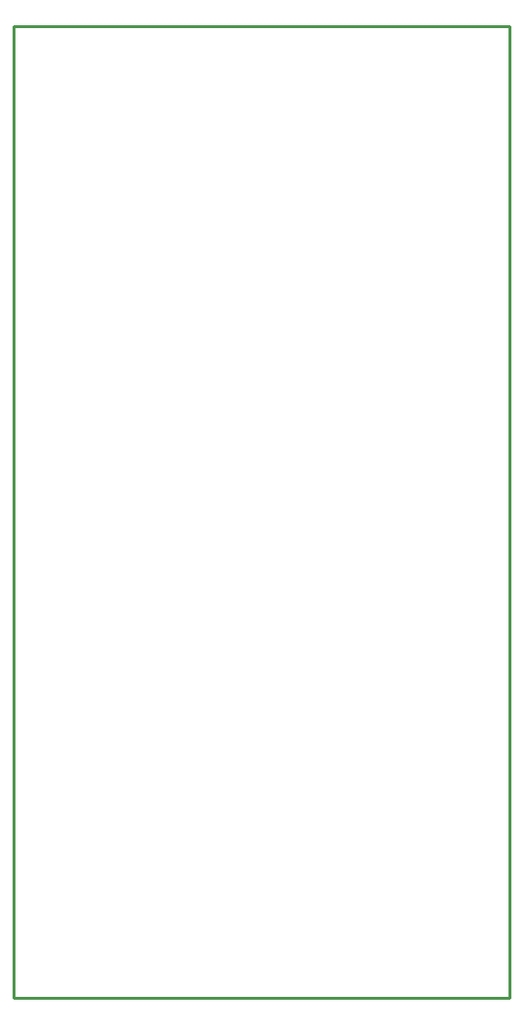
<source format=gm1>
G04*
G04 #@! TF.GenerationSoftware,Altium Limited,Altium Designer,19.1.5 (86)*
G04*
G04 Layer_Color=16711935*
%FSLAX25Y25*%
%MOIN*%
G70*
G01*
G75*
%ADD11C,0.01000*%
D11*
X1575Y9449D02*
X172047D01*
X1575D02*
Y343701D01*
X172047Y9449D02*
Y343701D01*
X1575D02*
X172047D01*
M02*

</source>
